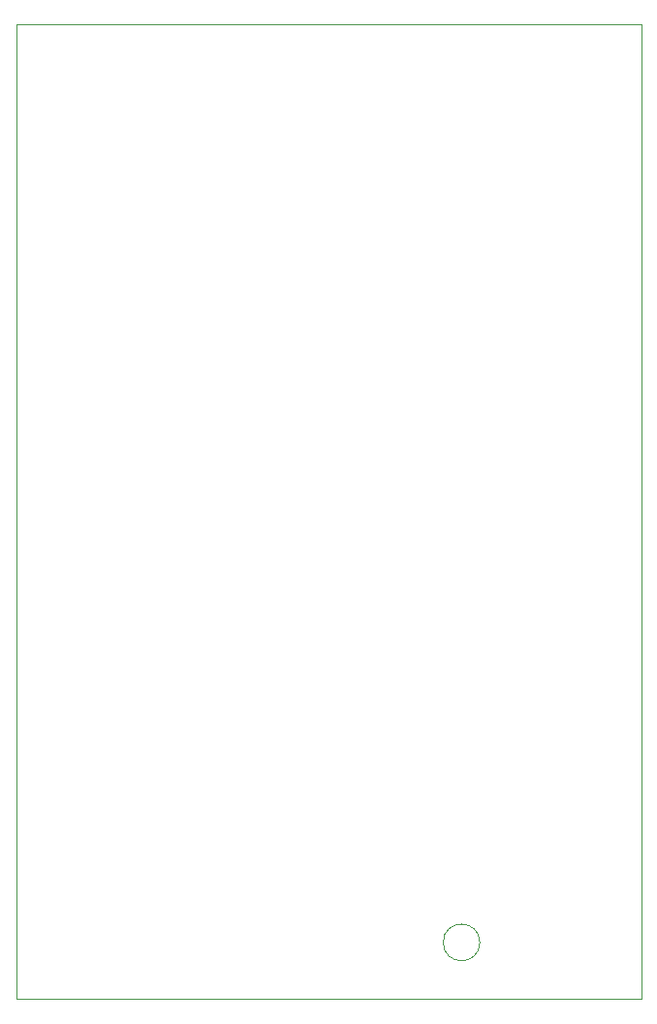
<source format=gbr>
%TF.GenerationSoftware,KiCad,Pcbnew,(6.0.6)*%
%TF.CreationDate,2023-02-05T12:01:17+01:00*%
%TF.ProjectId,OpenScrewCounter,4f70656e-5363-4726-9577-436f756e7465,rev?*%
%TF.SameCoordinates,Original*%
%TF.FileFunction,Profile,NP*%
%FSLAX46Y46*%
G04 Gerber Fmt 4.6, Leading zero omitted, Abs format (unit mm)*
G04 Created by KiCad (PCBNEW (6.0.6)) date 2023-02-05 12:01:17*
%MOMM*%
%LPD*%
G01*
G04 APERTURE LIST*
%TA.AperFunction,Profile*%
%ADD10C,0.100000*%
%TD*%
G04 APERTURE END LIST*
D10*
X134620000Y-55880000D02*
X80010000Y-55880000D01*
X120514389Y-136025879D02*
G75*
G03*
X120514389Y-136025879I-1600000J0D01*
G01*
X80010000Y-140970000D02*
X134620000Y-140970000D01*
X134620000Y-140970000D02*
X134620000Y-55880000D01*
X80010000Y-55880000D02*
X80010000Y-140970000D01*
M02*

</source>
